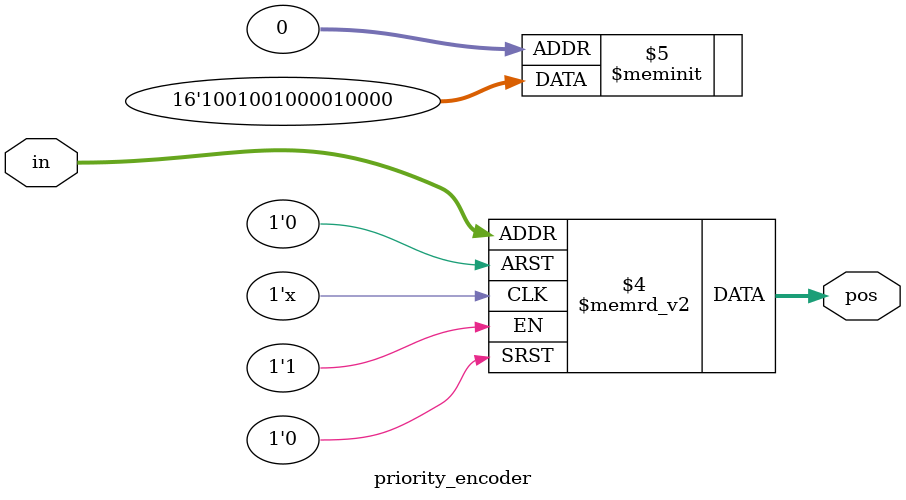
<source format=v>
module priority_encoder( 
input [2:0] in,
output reg [1:0] pos ); 
// When sel=1, assign b to out
always @(*)
begin 
	case(in)
	3'b000: pos=0; 
	3'b001: pos=0; 
	3'b010: pos=1; 
	3'b011: pos=0; 
	3'b100: pos=2; 
	3'b101: pos=0; 
	3'b110: pos=1; 
	3'b111: pos=2; 
	endcase
end 
endmodule

</source>
